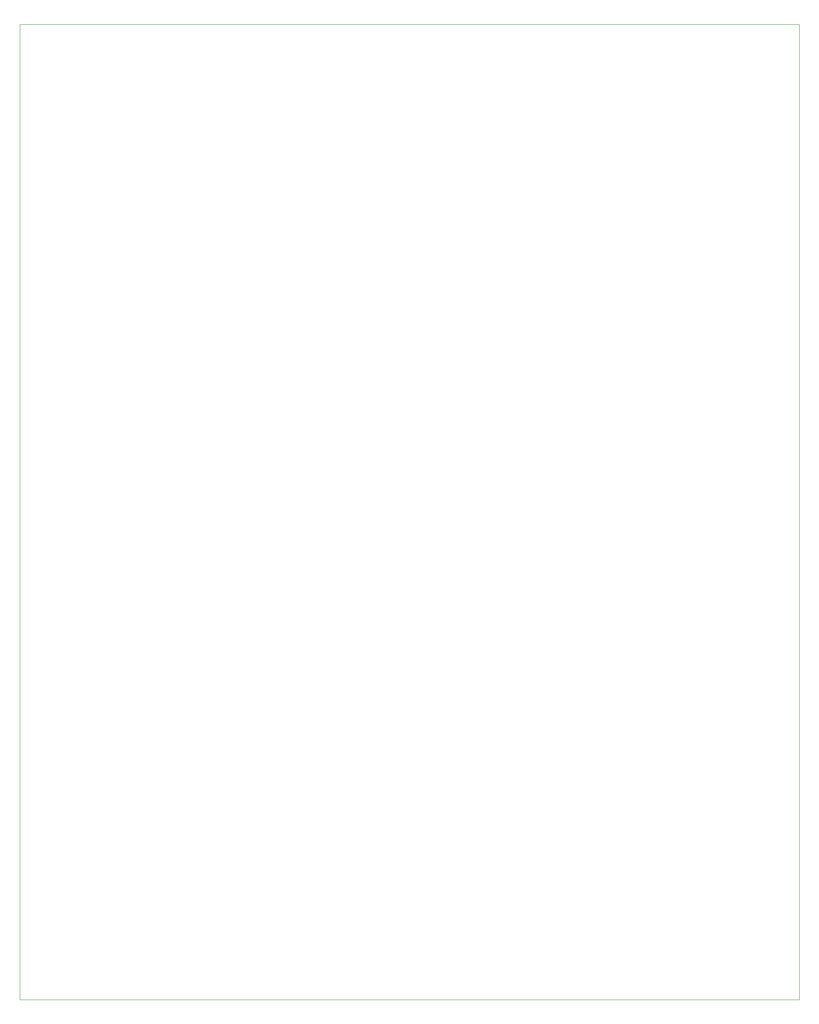
<source format=gbr>
%TF.GenerationSoftware,KiCad,Pcbnew,(5.1.10)-1*%
%TF.CreationDate,2022-03-07T13:42:18+08:00*%
%TF.ProjectId,MAX7000CPU-Gen2_5,4d415837-3030-4304-9350-552d47656e32,rev?*%
%TF.SameCoordinates,Original*%
%TF.FileFunction,Profile,NP*%
%FSLAX46Y46*%
G04 Gerber Fmt 4.6, Leading zero omitted, Abs format (unit mm)*
G04 Created by KiCad (PCBNEW (5.1.10)-1) date 2022-03-07 13:42:18*
%MOMM*%
%LPD*%
G01*
G04 APERTURE LIST*
%TA.AperFunction,Profile*%
%ADD10C,0.050000*%
%TD*%
G04 APERTURE END LIST*
D10*
X-179000000Y-199000000D02*
X-179000000Y-99000000D01*
X-19000000Y-199000000D02*
X-179000000Y-199000000D01*
X-19000000Y-99000000D02*
X-19000000Y-199000000D01*
X-179000000Y-99000000D02*
X-179000000Y1000000D01*
X-19000000Y1000000D02*
X-19000000Y-99000000D01*
X-179000000Y1000000D02*
X-19000000Y1000000D01*
M02*

</source>
